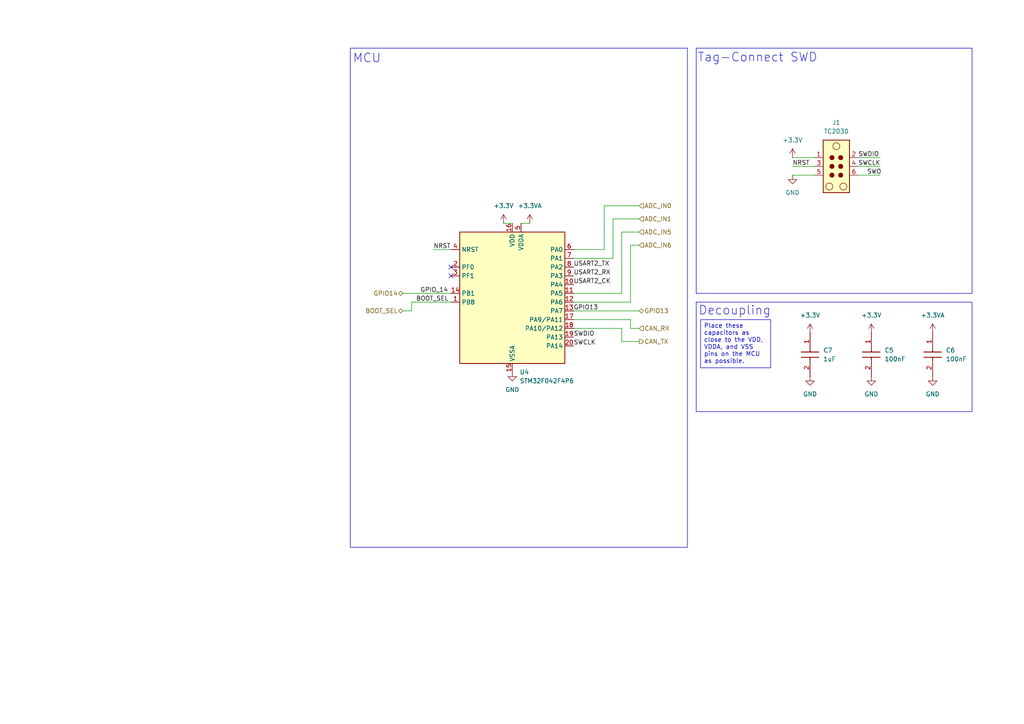
<source format=kicad_sch>
(kicad_sch (version 20250114) (generator "eeschema") (generator_version "9.0")
  (paper "A4")
  (title_block (title "STM32 Microcontroller"))
  (lib_symbols
    (symbol "Capstone:GRM155R70J104KA01D" (pin_names (hide yes))
      (property "Reference" "C" (at 8.89 6.35 0))
      (property "Value" "GRM155R70J104KA01D" (at 8.89 3.81 0))
      (symbol "GRM155R70J104KA01D_1_1"
        (polyline (pts (xy 5.08 0) (xy 5.588 0)) (stroke (width 0.254)))
        (polyline (pts (xy 5.588 2.54) (xy 5.588 -2.54)) (stroke (width 0.254)))
        (polyline (pts (xy 7.112 2.54) (xy 7.112 -2.54)) (stroke (width 0.254)))
        (polyline (pts (xy 7.112 0) (xy 7.62 0)) (stroke (width 0.254)))
        (pin passive line (at 0 0 0) (length 5.08) (name "1") (number "1"))
        (pin passive line (at 12.7 0 180) (length 5.08) (name "2") (number "2"))
      )
    )
    (symbol "Capstone:GRM155R70J105KA12D" (pin_names (hide yes))
      (property "Reference" "C" (at 8.89 6.35 0))
      (property "Value" "1uF" (at 8.89 3.81 0))
      (symbol "GRM155R70J105KA12D_1_1"
        (polyline (pts (xy 5.08 0) (xy 5.588 0)) (stroke (width 0.254)))
        (polyline (pts (xy 5.588 2.54) (xy 5.588 -2.54)) (stroke (width 0.254)))
        (polyline (pts (xy 7.112 2.54) (xy 7.112 -2.54)) (stroke (width 0.254)))
        (polyline (pts (xy 7.112 0) (xy 7.62 0)) (stroke (width 0.254)))
        (pin passive line (at 0 0 0) (length 5.08) (name "1") (number "1"))
        (pin passive line (at 12.7 0 180) (length 5.08) (name "2") (number "2"))
      )
    )
    (symbol "Connector:TC2030" (in_bom no)
      (property "Reference" "J" (at 1.27 8.89 0))
      (property "Value" "TC2030" (at 1.27 -8.89 0))
      (symbol "TC2030_1_1"
        (rectangle (start -2.54 7.62) (end 5.08 -7.62) (stroke (width 0.254)) (fill (type background)))
        (circle (center -0.762 -5.842) (radius 1.016))
        (circle (center 0 2.54) (radius 0.635) (fill (type outline)))
        (circle (center 0 0) (radius 0.635) (fill (type outline)))
        (circle (center 0 -2.54) (radius 0.635) (fill (type outline)))
        (circle (center 1.27 5.842) (radius 1.016))
        (circle (center 2.54 2.54) (radius 0.635) (fill (type outline)))
        (circle (center 2.54 0) (radius 0.635) (fill (type outline)))
        (circle (center 2.54 -2.54) (radius 0.635) (fill (type outline)))
        (circle (center 3.302 -5.842) (radius 1.016))
        (pin passive line (at -5.08 2.54 0) (length 2.54) (name "~") (number "1"))
        (pin passive line (at -5.08 0 0) (length 2.54) (name "~") (number "3"))
        (pin passive line (at -5.08 -2.54 0) (length 2.54) (name "~") (number "5"))
        (pin passive line (at 7.62 2.54 180) (length 2.54) (name "~") (number "2"))
        (pin passive line (at 7.62 0 180) (length 2.54) (name "~") (number "4"))
        (pin passive line (at 7.62 -2.54 180) (length 2.54) (name "~") (number "6"))
      )
    )
    (symbol "MCU_ST_STM32F0:STM32F042F4Px"
      (property "Reference" "U" (at -15.24 21.59 0))
      (property "Value" "STM32F042F4Px" (at 5.08 21.59 0))
      (symbol "STM32F042F4Px_0_1"
        (rectangle (start -15.24 -17.78) (end 15.24 20.32) (stroke (width 0.254)) (fill (type background)))
      )
      (symbol "STM32F042F4Px_1_1"
        (pin input line (at -17.78 15.24 0) (length 2.54) (name "NRST") (number "4"))
        (pin bidirectional line (at -17.78 10.16 0) (length 2.54) (name "PF0") (number "2"))
        (pin bidirectional line (at -17.78 7.62 0) (length 2.54) (name "PF1") (number "3"))
        (pin bidirectional line (at -17.78 2.54 0) (length 2.54) (name "PB1") (number "14"))
        (pin bidirectional line (at -17.78 0 0) (length 2.54) (name "PB8") (number "1"))
        (pin power_in line (at 0 22.86 270) (length 2.54) (name "VDD") (number "16"))
        (pin power_in line (at 0 -20.32 90) (length 2.54) (name "VSSA") (number "15"))
        (pin power_in line (at 2.54 22.86 270) (length 2.54) (name "VDDA") (number "5"))
        (pin bidirectional line (at 17.78 15.24 180) (length 2.54) (name "PA0") (number "6"))
        (pin bidirectional line (at 17.78 12.7 180) (length 2.54) (name "PA1") (number "7"))
        (pin bidirectional line (at 17.78 10.16 180) (length 2.54) (name "PA2") (number "8"))
        (pin bidirectional line (at 17.78 7.62 180) (length 2.54) (name "PA3") (number "9"))
        (pin bidirectional line (at 17.78 5.08 180) (length 2.54) (name "PA4") (number "10"))
        (pin bidirectional line (at 17.78 2.54 180) (length 2.54) (name "PA5") (number "11"))
        (pin bidirectional line (at 17.78 0 180) (length 2.54) (name "PA6") (number "12"))
        (pin bidirectional line (at 17.78 -2.54 180) (length 2.54) (name "PA7") (number "13"))
        (pin bidirectional line (at 17.78 -5.08 180) (length 2.54) (name "PA9/PA11") (number "17"))
        (pin bidirectional line (at 17.78 -7.62 180) (length 2.54) (name "PA10/PA12") (number "18"))
        (pin bidirectional line (at 17.78 -10.16 180) (length 2.54) (name "PA13") (number "19"))
        (pin bidirectional line (at 17.78 -12.7 180) (length 2.54) (name "PA14") (number "20"))
      )
    )
    (symbol "power:+3.3V" (power) (pin_numbers (hide yes)) (pin_names (offset 0) (hide yes))
      (property "Value" "+3.3V" (at 0 3.556 0))
      (symbol "+3.3V_0_1"
        (polyline (pts (xy -0.762 1.27) (xy 0 2.54)))
        (polyline (pts (xy 0 2.54) (xy 0.762 1.27)))
        (polyline (pts (xy 0 0) (xy 0 2.54)))
      )
      (symbol "+3.3V_1_1"
        (pin power_in line (at 0 0 90) (length 0) (name "~") (number "1"))
      )
    )
    (symbol "power:+3.3VA" (power) (pin_numbers (hide yes)) (pin_names (offset 0) (hide yes))
      (property "Value" "+3.3VA" (at 0 3.556 0))
      (symbol "+3.3VA_0_1"
        (polyline (pts (xy -0.762 1.27) (xy 0 2.54)))
        (polyline (pts (xy 0 2.54) (xy 0.762 1.27)))
        (polyline (pts (xy 0 0) (xy 0 2.54)))
      )
      (symbol "+3.3VA_1_1"
        (pin power_in line (at 0 0 90) (length 0) (name "~") (number "1"))
      )
    )
    (symbol "power:GND" (power) (pin_numbers (hide yes)) (pin_names (offset 0) (hide yes))
      (property "Value" "GND" (at 0 -3.81 0))
      (symbol "GND_0_1"
        (polyline (pts (xy 0 0) (xy 0 -1.27) (xy 1.27 -1.27) (xy 0 -2.54) (xy -1.27 -1.27) (xy 0 -1.27)))
      )
      (symbol "GND_1_1"
        (pin power_in line (at 0 0 270) (length 0) (name "~") (number "1"))
      )
    )
  )
  (rectangle (start 201.93 87.63) (end 281.94 119.38))
  (rectangle (start 201.93 13.97) (end 281.94 85.09))
  (rectangle (start 101.6 13.97) (end 199.39 158.75))
  (text "MCU" (at 106.426 17.018 0) (effects (font (size 2.54 2.54))))
  (text "Decoupling" (at 213.106 90.17 0) (effects (font (size 2.54 2.54))))
  (text "Tag-Connect SWD\n" (at 219.71 16.764 0) (effects (font (size 2.54 2.54))))
  (text_box "Place these capacitors as close to the VDD, VDDA, and VSS pins on the MCU as possible.\n" (at 203.2 92.71 0) (size 20.32 13.97) (margins 0.9525 0.9525 0.9525 0.9525) (effects (font (size 1.27 1.27)) (justify left top)))
  (no_connect (at 130.81 77.47))
  (no_connect (at 130.81 80.01))
  (wire (pts (xy 166.37 85.09) (xy 180.34 85.09)))
  (wire (pts (xy 116.84 90.17) (xy 119.38 90.17)))
  (wire (pts (xy 146.05 64.77) (xy 148.59 64.77)))
  (wire (pts (xy 182.88 87.63) (xy 166.37 87.63)))
  (wire (pts (xy 185.42 67.31) (xy 180.34 67.31)))
  (wire (pts (xy 182.88 92.71) (xy 166.37 92.71)))
  (wire (pts (xy 236.22 45.72) (xy 229.87 45.72)))
  (wire (pts (xy 182.88 71.12) (xy 182.88 87.63)))
  (wire (pts (xy 185.42 59.69) (xy 175.26 59.69)))
  (wire (pts (xy 119.38 87.63) (xy 130.81 87.63)))
  (wire (pts (xy 175.26 59.69) (xy 175.26 72.39)))
  (wire (pts (xy 119.38 90.17) (xy 119.38 87.63)))
  (wire (pts (xy 185.42 90.17) (xy 166.37 90.17)))
  (wire (pts (xy 248.92 50.8) (xy 255.27 50.8)))
  (wire (pts (xy 116.84 85.09) (xy 130.81 85.09)))
  (wire (pts (xy 175.26 72.39) (xy 166.37 72.39)))
  (wire (pts (xy 185.42 99.06) (xy 180.34 99.06)))
  (wire (pts (xy 185.42 95.25) (xy 182.88 95.25)))
  (wire (pts (xy 248.92 45.72) (xy 255.27 45.72)))
  (wire (pts (xy 248.92 48.26) (xy 255.27 48.26)))
  (wire (pts (xy 177.8 63.5) (xy 177.8 74.93)))
  (wire (pts (xy 182.88 95.25) (xy 182.88 92.71)))
  (wire (pts (xy 180.34 95.25) (xy 166.37 95.25)))
  (wire (pts (xy 153.67 64.77) (xy 151.13 64.77)))
  (wire (pts (xy 185.42 63.5) (xy 177.8 63.5)))
  (wire (pts (xy 229.87 50.8) (xy 236.22 50.8)))
  (wire (pts (xy 180.34 67.31) (xy 180.34 85.09)))
  (wire (pts (xy 177.8 74.93) (xy 166.37 74.93)))
  (wire (pts (xy 229.87 48.26) (xy 236.22 48.26)))
  (wire (pts (xy 125.73 72.39) (xy 130.81 72.39)))
  (wire (pts (xy 180.34 99.06) (xy 180.34 95.25)))
  (wire (pts (xy 185.42 71.12) (xy 182.88 71.12)))
  (label "SWCLK" (at 248.92 48.26 0))
  (label "USART2_TX" (at 166.37 77.47 0))
  (label "USART2_CK" (at 166.37 82.55 0))
  (label "USART2_RX" (at 166.37 80.01 0))
  (label "BOOT_SEL" (at 120.65 87.63 0))
  (label "NRST" (at 229.87 48.26 0))
  (label "GPIO13" (at 166.37 90.17 0))
  (label "GPIO_14" (at 121.92 85.09 0))
  (label "NRST" (at 125.73 72.39 0))
  (label "SWCLK" (at 166.37 100.33 0))
  (label "SWO" (at 251.46 50.8 0))
  (label "SWDIO" (at 166.37 97.79 0))
  (label "SWDIO" (at 248.92 45.72 0))
  (hierarchical_label "CAN_TX" (shape output) (at 185.42 99.06 0))
  (hierarchical_label "ADC_IN6" (shape input) (at 185.42 71.12 0))
  (hierarchical_label "GPIO13" (shape bidirectional) (at 185.42 90.17 0))
  (hierarchical_label "GPIO14" (shape bidirectional) (at 116.84 85.09 180))
  (hierarchical_label "ADC_IN5" (shape input) (at 185.42 67.31 0))
  (hierarchical_label "CAN_RX" (shape input) (at 185.42 95.25 0))
  (hierarchical_label "ADC_IN0" (shape input) (at 185.42 59.69 0))
  (hierarchical_label "BOOT_SEL" (shape bidirectional) (at 116.84 90.17 180))
  (hierarchical_label "ADC_IN1" (shape input) (at 185.42 63.5 0))
  (symbol (lib_id "MCU_ST_STM32F0:STM32F042F4Px") (at 148.59 87.63 0) (unit 1)
    (property "Reference" "U4" (at 150.7333 107.95 0) (effects (justify left)))
    (property "Value" "STM32F042F4P6" (at 150.7333 110.49 0) (effects (justify left)))
    (property "Footprint" "Package_SO:TSSOP-20_4.4x6.5mm_P0.65mm" (effects (hide yes)))
    (property "Datasheet" "https://www.st.com/resource/en/datasheet/stm32f042f4.pdf" (effects (hide yes)))
    (property "Description" "STMicroelectronics Arm Cortex-M0 MCU, 16KB flash, 6KB RAM, 48 MHz, 2.0-3.6V, 16 GPIO, TSSOP20" (effects (hide yes)))
  )
  (symbol (lib_id "power:+3.3V") (at 234.95 96.52 0) (unit 1)
    (property "Reference" "#PWR022" (effects (hide yes)))
    (property "Value" "+3.3V" (at 234.95 91.44 0))
    (property "Description" "Power symbol creates a global label with name \"+3.3V\"" (effects (hide yes)))
  )
  (symbol (lib_id "Connector:TC2030") (at 241.3 48.26 0) (unit 1) (in_bom no)
    (property "Reference" "J1" (at 242.57 35.56 0))
    (property "Value" "TC2030" (at 242.57 38.1 0))
    (property "Footprint" "Connector:Tag-Connect_TC2030-IDC-NL_2x03_P1.27mm_Vertical" (effects (hide yes)))
    (property "Datasheet" "https://www.tag-connect.com/wp-content/uploads/bsk-pdf-manager/2019/12/TC2030-IDC-NL-Datasheet-Rev-B.pdf" (effects (hide yes)))
    (property "Description" "Tag-Connect’s 6-pins connector" (effects (hide yes)))
  )
  (symbol (lib_id "power:GND") (at 148.59 107.95 0) (unit 1)
    (property "Reference" "#PWR012" (effects (hide yes)))
    (property "Value" "GND" (at 148.59 113.03 0))
    (property "Description" "Power symbol creates a global label with name \"GND\" , ground" (effects (hide yes)))
  )
  (symbol (lib_id "power:GND") (at 252.73 109.22 0) (unit 1)
    (property "Reference" "#PWR020" (effects (hide yes)))
    (property "Value" "GND" (at 252.73 114.3 0))
    (property "Description" "Power symbol creates a global label with name \"GND\" , ground" (effects (hide yes)))
  )
  (symbol (lib_id "power:GND") (at 270.51 109.22 0) (unit 1)
    (property "Reference" "#PWR021" (effects (hide yes)))
    (property "Value" "GND" (at 270.51 114.3 0))
    (property "Description" "Power symbol creates a global label with name \"GND\" , ground" (effects (hide yes)))
  )
  (symbol (lib_id "power:+3.3V") (at 229.87 45.72 0) (unit 1)
    (property "Reference" "#PWR017" (effects (hide yes)))
    (property "Value" "+3.3V" (at 229.87 40.64 0))
    (property "Description" "Power symbol creates a global label with name \"+3.3V\"" (effects (hide yes)))
  )
  (symbol (lib_id "power:+3.3VA") (at 270.51 96.52 0) (unit 1)
    (property "Reference" "#PWR019" (effects (hide yes)))
    (property "Value" "+3.3VA" (at 270.51 91.44 0))
    (property "Description" "Power symbol creates a global label with name \"+3.3VA\"" (effects (hide yes)))
  )
  (symbol (lib_id "power:GND") (at 234.95 109.22 0) (unit 1)
    (property "Reference" "#PWR023" (effects (hide yes)))
    (property "Value" "GND" (at 234.95 114.3 0))
    (property "Description" "Power symbol creates a global label with name \"GND\" , ground" (effects (hide yes)))
  )
  (symbol (lib_id "Capstone:GRM155R70J104KA01D") (at 270.51 96.52 270) (unit 1)
    (property "Reference" "C6" (at 274.32 101.5999 90) (effects (justify left)))
    (property "Value" "100nF" (at 274.32 104.1399 90) (effects (justify left)))
    (property "Footprint" "CAPC1005X70N" (effects (hide yes)))
    (property "Datasheet" "https://search.murata.co.jp/Ceramy/image/img/A01X/G101/ENG/GRM155R70J104KA01-01A.pdf" (effects (hide yes)))
    (property "Description" "Capacitor MLCC GRM 0402 100nF 6.3V X7R Murata 0402 GRM 100nF Ceramic Multilayer Capacitor, 6.3 V dc, +125degC, X7R Dielectric,  /-10% SMD" (effects (hide yes)))
    (property "Height" "0.7" (effects (hide yes)))
    (property "Manufacturer_Name" "Murata Electronics" (effects (hide yes)))
    (property "Manufacturer_Part_Number" "GRM155R70J104KA01D" (effects (hide yes)))
    (property "Mouser Part Number" "81-GRM155R70J104KA1D" (effects (hide yes)))
    (property "Mouser Price/Stock" "https://www.mouser.co.uk/ProductDetail/Murata-Electronics/GRM155R70J104KA01D?qs=y02iAgv9n61EgJSmMyZ7gQ%3D%3D" (effects (hide yes)))
    (property "Arrow Part Number" "GRM155R70J104KA01D" (effects (hide yes)))
    (property "Arrow Price/Stock" "https://www.arrow.com/en/products/grm155r70j104ka01d/murata-manufacturing?utm_currency=USD&region=nac" (effects (hide yes)))
  )
  (symbol (lib_id "Capstone:GRM155R70J105KA12D") (at 234.95 96.52 270) (unit 1)
    (property "Reference" "C7" (at 238.76 101.5999 90) (effects (justify left)))
    (property "Value" "1uF" (at 238.76 104.1399 90) (effects (justify left)))
    (property "Footprint" "CAPC1005X70N" (effects (hide yes)))
    (property "Datasheet" "https://search.murata.co.jp/Ceramy/image/img/A01X/G101/ENG/GRM155R70J105KA12-01A.pdf" (effects (hide yes)))
    (property "Description" "Multilayer Ceramic Capacitors MLCC - SMD/SMT 0402 1.0uF 6.3volts *Derate Voltage/Temp" (effects (hide yes)))
    (property "Height" "0.7" (effects (hide yes)))
    (property "Manufacturer_Name" "Murata Electronics" (effects (hide yes)))
    (property "Manufacturer_Part_Number" "GRM155R70J105KA12D" (effects (hide yes)))
    (property "Mouser Part Number" "81-GRM155R70J105KA2D" (effects (hide yes)))
    (property "Mouser Price/Stock" "https://www.mouser.co.uk/ProductDetail/Murata-Electronics/GRM155R70J105KA12D?qs=OXzh9Ga2KBHWfvlODrgZnQ%3D%3D" (effects (hide yes)))
    (property "Arrow Part Number" "GRM155R70J105KA12D" (effects (hide yes)))
    (property "Arrow Price/Stock" "https://www.arrow.com/en/products/grm155r70j105ka12d/murata-manufacturing?utm_currency=USD&region=europe" (effects (hide yes)))
  )
  (symbol (lib_id "power:+3.3VA") (at 153.67 64.77 0) (unit 1)
    (property "Reference" "#PWR013" (effects (hide yes)))
    (property "Value" "+3.3VA" (at 153.67 59.69 0))
    (property "Description" "Power symbol creates a global label with name \"+3.3VA\"" (effects (hide yes)))
  )
  (symbol (lib_id "power:+3.3V") (at 146.05 64.77 0) (unit 1)
    (property "Reference" "#PWR011" (effects (hide yes)))
    (property "Value" "+3.3V" (at 146.05 59.69 0))
    (property "Description" "Power symbol creates a global label with name \"+3.3V\"" (effects (hide yes)))
  )
  (symbol (lib_id "power:+3.3V") (at 252.73 96.52 0) (unit 1)
    (property "Reference" "#PWR014" (effects (hide yes)))
    (property "Value" "+3.3V" (at 252.73 91.44 0))
    (property "Description" "Power symbol creates a global label with name \"+3.3V\"" (effects (hide yes)))
  )
  (symbol (lib_id "power:GND") (at 229.87 50.8 0) (unit 1)
    (property "Reference" "#PWR018" (effects (hide yes)))
    (property "Value" "GND" (at 229.87 55.88 0))
    (property "Description" "Power symbol creates a global label with name \"GND\" , ground" (effects (hide yes)))
  )
  (symbol (lib_id "Capstone:GRM155R70J104KA01D") (at 252.73 96.52 270) (unit 1)
    (property "Reference" "C5" (at 256.54 101.5999 90) (effects (justify left)))
    (property "Value" "100nF" (at 256.54 104.1399 90) (effects (justify left)))
    (property "Footprint" "CAPC1005X70N" (effects (hide yes)))
    (property "Datasheet" "https://search.murata.co.jp/Ceramy/image/img/A01X/G101/ENG/GRM155R70J104KA01-01A.pdf" (effects (hide yes)))
    (property "Description" "Capacitor MLCC GRM 0402 100nF 6.3V X7R Murata 0402 GRM 100nF Ceramic Multilayer Capacitor, 6.3 V dc, +125degC, X7R Dielectric,  /-10% SMD" (effects (hide yes)))
    (property "Height" "0.7" (effects (hide yes)))
    (property "Manufacturer_Name" "Murata Electronics" (effects (hide yes)))
    (property "Manufacturer_Part_Number" "GRM155R70J104KA01D" (effects (hide yes)))
    (property "Mouser Part Number" "81-GRM155R70J104KA1D" (effects (hide yes)))
    (property "Mouser Price/Stock" "https://www.mouser.co.uk/ProductDetail/Murata-Electronics/GRM155R70J104KA01D?qs=y02iAgv9n61EgJSmMyZ7gQ%3D%3D" (effects (hide yes)))
    (property "Arrow Part Number" "GRM155R70J104KA01D" (effects (hide yes)))
    (property "Arrow Price/Stock" "https://www.arrow.com/en/products/grm155r70j104ka01d/murata-manufacturing?utm_currency=USD&region=nac" (effects (hide yes)))
  )
)
</source>
